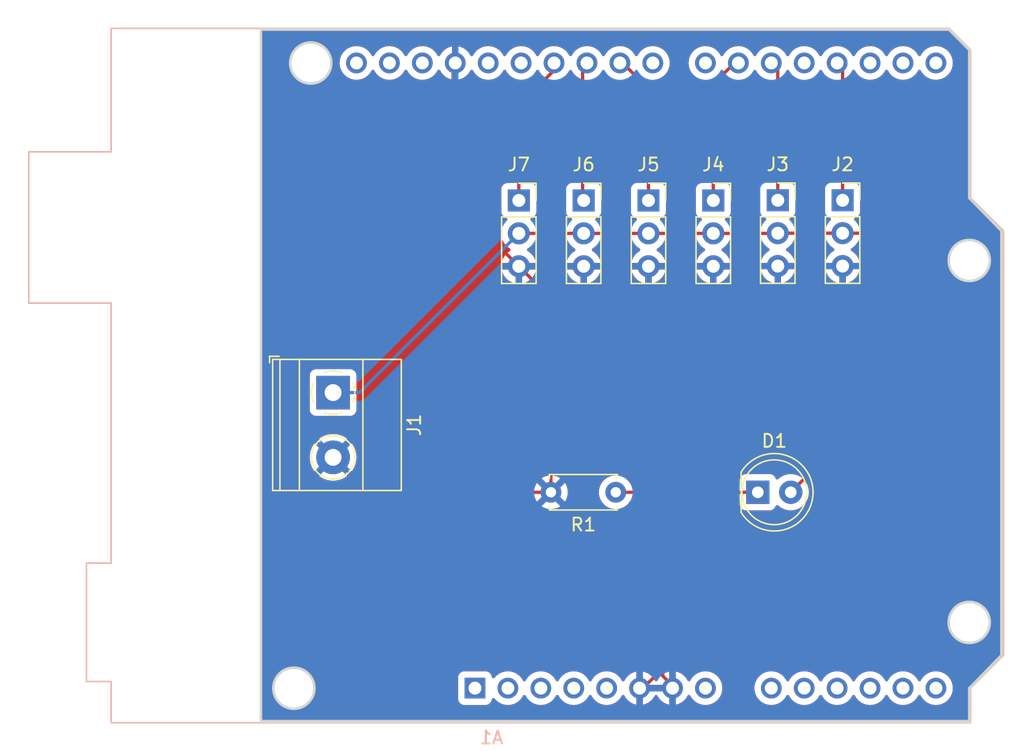
<source format=kicad_pcb>
(kicad_pcb (version 20221018) (generator pcbnew)
  (layers (0 "F.Cu" signal) (31 "B.Cu" signal) (34 "B.Paste" user) (35 "F.Paste" user) (36 "B.SilkS" user "B.Silkscreen") (37 "F.SilkS" user "F.Silkscreen") (38 "B.Mask" user) (39 "F.Mask" user) (44 "Edge.Cuts" user))
  (net 0 "")
  (net 6 "GND")
  (net 25 "Net-(D1-K)")
  (net 26 "-5V")
  (net 27 "/S0")
  (net 28 "/S1")
  (net 29 "/S2")
  (net 30 "/S3")
  (net 31 "/S4")
  (net 32 "/S5")
  (footprint "Connector_PinSocket_2.54mm:PinSocket_1x03_P2.54mm_Vertical" (layer "F.Cu") (at 162.025 43.475)
    (fp_text reference "J4" (at 0 -2.77) (layer "F.SilkS"))
    (fp_text value "Conn_01x03")
    (fp_line (start -1.33 1.27) (end -1.33 6.41) (stroke (width 0.12)) (layer "F.SilkS"))
    (fp_line (start -1.33 1.27) (end 1.33 1.27) (stroke (width 0.12)) (layer "F.SilkS"))
    (fp_line (start -1.33 6.41) (end 1.33 6.41) (stroke (width 0.12)) (layer "F.SilkS"))
    (fp_line (start 0 -1.33) (end 1.33 -1.33) (stroke (width 0.12)) (layer "F.SilkS"))
    (fp_line (start 1.33 -1.33) (end 1.33 0) (stroke (width 0.12)) (layer "F.SilkS"))
    (fp_line (start 1.33 1.27) (end 1.33 6.41) (stroke (width 0.12)) (layer "F.SilkS"))
    (pad "1" thru_hole rect (at 0 0) (size 1.7 1.7) (drill 1) (layers "*.Cu" "*.Mask") (net 29 "/S2"))
    (pad "2" thru_hole oval (at 0 2.54) (size 1.7 1.7) (drill 1) (layers "*.Cu" "*.Mask") (net 26 "-5V"))
    (pad "3" thru_hole oval (at 0 5.08) (size 1.7 1.7) (drill 1) (layers "*.Cu" "*.Mask") (net 6 "GND"))
  )
  (footprint "TerminalBlock_Phoenix:TerminalBlock_Phoenix_MKDS-1,5-2_1x02_P5.00mm_Horizontal" (layer "F.Cu") (at 132.695 58.305 -90)
    (fp_text reference "J1" (at 2.5 -6.26 90) (layer "F.SilkS"))
    (fp_text value "Screw_Terminal_01x02")
    (fp_line (start -2.8 4.16) (end -2.8 4.9) (stroke (width 0.12)) (layer "F.SilkS"))
    (fp_line (start -2.8 4.9) (end -2.3 4.9) (stroke (width 0.12)) (layer "F.SilkS"))
    (fp_line (start -2.56 -5.261) (end -2.56 4.66) (stroke (width 0.12)) (layer "F.SilkS"))
    (fp_line (start -2.56 -5.261) (end 7.56 -5.261) (stroke (width 0.12)) (layer "F.SilkS"))
    (fp_line (start -2.56 -2.301) (end 7.56 -2.301) (stroke (width 0.12)) (layer "F.SilkS"))
    (fp_line (start -2.56 2.6) (end 7.56 2.6) (stroke (width 0.12)) (layer "F.SilkS"))
    (fp_line (start -2.56 4.1) (end 7.56 4.1) (stroke (width 0.12)) (layer "F.SilkS"))
    (fp_line (start -2.56 4.66) (end 7.56 4.66) (stroke (width 0.12)) (layer "F.SilkS"))
    (fp_line (start 3.773 1.023) (end 3.726 1.069) (stroke (width 0.12)) (layer "F.SilkS"))
    (fp_line (start 3.966 1.239) (end 3.931 1.274) (stroke (width 0.12)) (layer "F.SilkS"))
    (fp_line (start 6.07 -1.275) (end 6.035 -1.239) (stroke (width 0.12)) (layer "F.SilkS"))
    (fp_line (start 6.275 -1.069) (end 6.228 -1.023) (stroke (width 0.12)) (layer "F.SilkS"))
    (fp_line (start 7.56 -5.261) (end 7.56 4.66) (stroke (width 0.12)) (layer "F.SilkS"))
    (fp_arc (start -1.535427 0.683042) (mid -1.680501 -0.000524) (end -1.535 -0.684) (stroke (width 0.12)) (layer "F.SilkS"))
    (fp_arc (start -0.683042 -1.535427) (mid 0.000524 -1.680501) (end 0.684 -1.535) (stroke (width 0.12)) (layer "F.SilkS"))
    (fp_arc (start 0.028805 1.680253) (mid -0.335551 1.646659) (end -0.684 1.535) (stroke (width 0.12)) (layer "F.SilkS"))
    (fp_arc (start 0.683318 1.534756) (mid 0.349292 1.643288) (end 0 1.68) (stroke (width 0.12)) (layer "F.SilkS"))
    (fp_arc (start 1.535427 -0.683042) (mid 1.680501 0.000524) (end 1.535 0.684) (stroke (width 0.12)) (layer "F.SilkS"))
    (fp_circle (center 5 0) (end 6.68 0) (stroke (width 0.12)) (fill none) (layer "F.SilkS"))
    (pad "1" thru_hole rect (at 0 0 270) (size 2.6 2.6) (drill 1.3) (layers "*.Cu" "*.Mask") (net 26 "-5V"))
    (pad "2" thru_hole circle (at 5 0 270) (size 2.6 2.6) (drill 1.3) (layers "*.Cu" "*.Mask") (net 6 "GND"))
  )
  (footprint "LED_THT:LED_D5.0mm" (layer "F.Cu") (at 165.46 66)
    (fp_text reference "D1" (at 1.27 -3.96) (layer "F.SilkS"))
    (fp_text value "LED")
    (fp_line (start -1.29 -1.545) (end -1.29 1.545) (stroke (width 0.12)) (layer "F.SilkS"))
    (fp_arc (start -1.29 -1.54483) (mid 2.072002 -2.880433) (end 4.26 0.000462) (stroke (width 0.12)) (layer "F.SilkS"))
    (fp_arc (start 4.26 -0.000462) (mid 2.072002 2.880433) (end -1.29 1.54483) (stroke (width 0.12)) (layer "F.SilkS"))
    (fp_circle (center 1.27 0) (end 3.77 0) (stroke (width 0.12)) (fill none) (layer "F.SilkS"))
    (pad "1" thru_hole rect (at 0 0) (size 1.8 1.8) (drill 0.9) (layers "*.Cu" "*.Mask") (net 25 "Net-(D1-K)"))
    (pad "2" thru_hole circle (at 2.54 0) (size 1.8 1.8) (drill 0.9) (layers "*.Cu" "*.Mask") (net 26 "-5V"))
  )
  (footprint "Connector_PinSocket_2.54mm:PinSocket_1x03_P2.54mm_Vertical" (layer "F.Cu") (at 147.025 43.475)
    (fp_text reference "J7" (at 0 -2.77) (layer "F.SilkS"))
    (fp_text value "Conn_01x03")
    (fp_line (start -1.33 1.27) (end -1.33 6.41) (stroke (width 0.12)) (layer "F.SilkS"))
    (fp_line (start -1.33 1.27) (end 1.33 1.27) (stroke (width 0.12)) (layer "F.SilkS"))
    (fp_line (start -1.33 6.41) (end 1.33 6.41) (stroke (width 0.12)) (layer "F.SilkS"))
    (fp_line (start 0 -1.33) (end 1.33 -1.33) (stroke (width 0.12)) (layer "F.SilkS"))
    (fp_line (start 1.33 -1.33) (end 1.33 0) (stroke (width 0.12)) (layer "F.SilkS"))
    (fp_line (start 1.33 1.27) (end 1.33 6.41) (stroke (width 0.12)) (layer "F.SilkS"))
    (pad "1" thru_hole rect (at 0 0) (size 1.7 1.7) (drill 1) (layers "*.Cu" "*.Mask") (net 32 "/S5"))
    (pad "2" thru_hole oval (at 0 2.54) (size 1.7 1.7) (drill 1) (layers "*.Cu" "*.Mask") (net 26 "-5V"))
    (pad "3" thru_hole oval (at 0 5.08) (size 1.7 1.7) (drill 1) (layers "*.Cu" "*.Mask") (net 6 "GND"))
  )
  (footprint "Capacitor_THT:C_Disc_D5.0mm_W2.5mm_P5.00mm" (layer "F.Cu") (at 154.5 66 180)
    (fp_text reference "R1" (at 2.5 -2.5) (layer "F.SilkS"))
    (fp_text value "220")
    (fp_line (start -0.12 -1.37) (end -0.12 -1.055) (stroke (width 0.12)) (layer "F.SilkS"))
    (fp_line (start -0.12 -1.37) (end 5.12 -1.37) (stroke (width 0.12)) (layer "F.SilkS"))
    (fp_line (start -0.12 1.055) (end -0.12 1.37) (stroke (width 0.12)) (layer "F.SilkS"))
    (fp_line (start -0.12 1.37) (end 5.12 1.37) (stroke (width 0.12)) (layer "F.SilkS"))
    (fp_line (start 5.12 -1.37) (end 5.12 -1.055) (stroke (width 0.12)) (layer "F.SilkS"))
    (fp_line (start 5.12 1.055) (end 5.12 1.37) (stroke (width 0.12)) (layer "F.SilkS"))
    (pad "1" thru_hole circle (at 0 0 180) (size 1.6 1.6) (drill 0.8) (layers "*.Cu" "*.Mask") (net 25 "Net-(D1-K)"))
    (pad "2" thru_hole circle (at 5 0 180) (size 1.6 1.6) (drill 0.8) (layers "*.Cu" "*.Mask") (net 6 "GND"))
  )
  (footprint "Connector_PinSocket_2.54mm:PinSocket_1x03_P2.54mm_Vertical" (layer "F.Cu") (at 167 43.46)
    (fp_text reference "J3" (at 0 -2.77) (layer "F.SilkS"))
    (fp_text value "Conn_01x03")
    (fp_line (start -1.33 1.27) (end -1.33 6.41) (stroke (width 0.12)) (layer "F.SilkS"))
    (fp_line (start -1.33 1.27) (end 1.33 1.27) (stroke (width 0.12)) (layer "F.SilkS"))
    (fp_line (start -1.33 6.41) (end 1.33 6.41) (stroke (width 0.12)) (layer "F.SilkS"))
    (fp_line (start 0 -1.33) (end 1.33 -1.33) (stroke (width 0.12)) (layer "F.SilkS"))
    (fp_line (start 1.33 -1.33) (end 1.33 0) (stroke (width 0.12)) (layer "F.SilkS"))
    (fp_line (start 1.33 1.27) (end 1.33 6.41) (stroke (width 0.12)) (layer "F.SilkS"))
    (pad "1" thru_hole rect (at 0 0) (size 1.7 1.7) (drill 1) (layers "*.Cu" "*.Mask") (net 28 "/S1"))
    (pad "2" thru_hole oval (at 0 2.54) (size 1.7 1.7) (drill 1) (layers "*.Cu" "*.Mask") (net 26 "-5V"))
    (pad "3" thru_hole oval (at 0 5.08) (size 1.7 1.7) (drill 1) (layers "*.Cu" "*.Mask") (net 6 "GND"))
  )
  (footprint "Connector_PinSocket_2.54mm:PinSocket_1x03_P2.54mm_Vertical" (layer "F.Cu") (at 157.025 43.475)
    (fp_text reference "J5" (at 0 -2.77) (layer "F.SilkS"))
    (fp_text value "Conn_01x03")
    (fp_line (start -1.33 1.27) (end -1.33 6.41) (stroke (width 0.12)) (layer "F.SilkS"))
    (fp_line (start -1.33 1.27) (end 1.33 1.27) (stroke (width 0.12)) (layer "F.SilkS"))
    (fp_line (start -1.33 6.41) (end 1.33 6.41) (stroke (width 0.12)) (layer "F.SilkS"))
    (fp_line (start 0 -1.33) (end 1.33 -1.33) (stroke (width 0.12)) (layer "F.SilkS"))
    (fp_line (start 1.33 -1.33) (end 1.33 0) (stroke (width 0.12)) (layer "F.SilkS"))
    (fp_line (start 1.33 1.27) (end 1.33 6.41) (stroke (width 0.12)) (layer "F.SilkS"))
    (pad "1" thru_hole rect (at 0 0) (size 1.7 1.7) (drill 1) (layers "*.Cu" "*.Mask") (net 30 "/S3"))
    (pad "2" thru_hole oval (at 0 2.54) (size 1.7 1.7) (drill 1) (layers "*.Cu" "*.Mask") (net 26 "-5V"))
    (pad "3" thru_hole oval (at 0 5.08) (size 1.7 1.7) (drill 1) (layers "*.Cu" "*.Mask") (net 6 "GND"))
  )
  (footprint "Connector_PinSocket_2.54mm:PinSocket_1x03_P2.54mm_Vertical" (layer "F.Cu") (at 152.025 43.475)
    (fp_text reference "J6" (at 0 -2.77) (layer "F.SilkS"))
    (fp_text value "Conn_01x03")
    (fp_line (start -1.33 1.27) (end -1.33 6.41) (stroke (width 0.12)) (layer "F.SilkS"))
    (fp_line (start -1.33 1.27) (end 1.33 1.27) (stroke (width 0.12)) (layer "F.SilkS"))
    (fp_line (start -1.33 6.41) (end 1.33 6.41) (stroke (width 0.12)) (layer "F.SilkS"))
    (fp_line (start 0 -1.33) (end 1.33 -1.33) (stroke (width 0.12)) (layer "F.SilkS"))
    (fp_line (start 1.33 -1.33) (end 1.33 0) (stroke (width 0.12)) (layer "F.SilkS"))
    (fp_line (start 1.33 1.27) (end 1.33 6.41) (stroke (width 0.12)) (layer "F.SilkS"))
    (pad "1" thru_hole rect (at 0 0) (size 1.7 1.7) (drill 1) (layers "*.Cu" "*.Mask") (net 31 "/S4"))
    (pad "2" thru_hole oval (at 0 2.54) (size 1.7 1.7) (drill 1) (layers "*.Cu" "*.Mask") (net 26 "-5V"))
    (pad "3" thru_hole oval (at 0 5.08) (size 1.7 1.7) (drill 1) (layers "*.Cu" "*.Mask") (net 6 "GND"))
  )
  (footprint "Connector_PinSocket_2.54mm:PinSocket_1x03_P2.54mm_Vertical" (layer "F.Cu") (at 172 43.46)
    (fp_text reference "J2" (at 0 -2.77) (layer "F.SilkS"))
    (fp_text value "Conn_01x03")
    (fp_line (start -1.33 1.27) (end -1.33 6.41) (stroke (width 0.12)) (layer "F.SilkS"))
    (fp_line (start -1.33 1.27) (end 1.33 1.27) (stroke (width 0.12)) (layer "F.SilkS"))
    (fp_line (start -1.33 6.41) (end 1.33 6.41) (stroke (width 0.12)) (layer "F.SilkS"))
    (fp_line (start 0 -1.33) (end 1.33 -1.33) (stroke (width 0.12)) (layer "F.SilkS"))
    (fp_line (start 1.33 -1.33) (end 1.33 0) (stroke (width 0.12)) (layer "F.SilkS"))
    (fp_line (start 1.33 1.27) (end 1.33 6.41) (stroke (width 0.12)) (layer "F.SilkS"))
    (pad "1" thru_hole rect (at 0 0) (size 1.7 1.7) (drill 1) (layers "*.Cu" "*.Mask") (net 27 "/S0"))
    (pad "2" thru_hole oval (at 0 2.54) (size 1.7 1.7) (drill 1) (layers "*.Cu" "*.Mask") (net 26 "-5V"))
    (pad "3" thru_hole oval (at 0 5.08) (size 1.7 1.7) (drill 1) (layers "*.Cu" "*.Mask") (net 6 "GND"))
  )
  (footprint "Module:Arduino_UNO_R3" (layer "B.Cu") (at 143.64 81.12)
    (fp_text reference "A1" (at 1.27 3.81) (layer "B.SilkS") (effects (justify mirror)))
    (fp_text value "Arduino_UNO_R3")
    (fp_line (start -34.42 -41.4) (end -28.07 -41.4) (stroke (width 0.12)) (layer "B.SilkS"))
    (fp_line (start -34.42 -29.72) (end -34.42 -41.4) (stroke (width 0.12)) (layer "B.SilkS"))
    (fp_line (start -29.97 -9.65) (end -28.07 -9.65) (stroke (width 0.12)) (layer "B.SilkS"))
    (fp_line (start -29.97 -0.51) (end -29.97 -9.65) (stroke (width 0.12)) (layer "B.SilkS"))
    (fp_line (start -28.07 -50.93) (end 36.58 -50.93) (stroke (width 0.12)) (layer "B.SilkS"))
    (fp_line (start -28.07 -41.4) (end -28.07 -50.93) (stroke (width 0.12)) (layer "B.SilkS"))
    (fp_line (start -28.07 -29.72) (end -34.42 -29.72) (stroke (width 0.12)) (layer "B.SilkS"))
    (fp_line (start -28.07 -9.65) (end -28.07 -29.72) (stroke (width 0.12)) (layer "B.SilkS"))
    (fp_line (start -28.07 -0.51) (end -29.97 -0.51) (stroke (width 0.12)) (layer "B.SilkS"))
    (fp_line (start -28.07 2.67) (end -28.07 -0.51) (stroke (width 0.12)) (layer "B.SilkS"))
    (fp_line (start 36.58 -50.93) (end 38.23 -49.28) (stroke (width 0.12)) (layer "B.SilkS"))
    (fp_line (start 38.23 -49.28) (end 38.23 -37.85) (stroke (width 0.12)) (layer "B.SilkS"))
    (fp_line (start 38.23 -37.85) (end 40.77 -35.31) (stroke (width 0.12)) (layer "B.SilkS"))
    (fp_line (start 38.23 0) (end 38.23 2.67) (stroke (width 0.12)) (layer "B.SilkS"))
    (fp_line (start 38.23 2.67) (end -28.07 2.67) (stroke (width 0.12)) (layer "B.SilkS"))
    (fp_line (start 40.77 -35.31) (end 40.77 -2.54) (stroke (width 0.12)) (layer "B.SilkS"))
    (fp_line (start 40.77 -2.54) (end 38.23 0) (stroke (width 0.12)) (layer "B.SilkS"))
    (pad "1" thru_hole rect (at 0 0 270) (size 1.6 1.6) (drill 1) (layers "*.Cu" "*.Mask"))
    (pad "2" thru_hole oval (at 2.54 0 270) (size 1.6 1.6) (drill 1) (layers "*.Cu" "*.Mask"))
    (pad "3" thru_hole oval (at 5.08 0 270) (size 1.6 1.6) (drill 1) (layers "*.Cu" "*.Mask"))
    (pad "4" thru_hole oval (at 7.62 0 270) (size 1.6 1.6) (drill 1) (layers "*.Cu" "*.Mask"))
    (pad "5" thru_hole oval (at 10.16 0 270) (size 1.6 1.6) (drill 1) (layers "*.Cu" "*.Mask"))
    (pad "6" thru_hole oval (at 12.7 0 270) (size 1.6 1.6) (drill 1) (layers "*.Cu" "*.Mask") (net 6 "GND"))
    (pad "7" thru_hole oval (at 15.24 0 270) (size 1.6 1.6) (drill 1) (layers "*.Cu" "*.Mask") (net 6 "GND"))
    (pad "8" thru_hole oval (at 17.78 0 270) (size 1.6 1.6) (drill 1) (layers "*.Cu" "*.Mask"))
    (pad "9" thru_hole oval (at 22.86 0 270) (size 1.6 1.6) (drill 1) (layers "*.Cu" "*.Mask"))
    (pad "10" thru_hole oval (at 25.4 0 270) (size 1.6 1.6) (drill 1) (layers "*.Cu" "*.Mask"))
    (pad "11" thru_hole oval (at 27.94 0 270) (size 1.6 1.6) (drill 1) (layers "*.Cu" "*.Mask"))
    (pad "12" thru_hole oval (at 30.48 0 270) (size 1.6 1.6) (drill 1) (layers "*.Cu" "*.Mask"))
    (pad "13" thru_hole oval (at 33.02 0 270) (size 1.6 1.6) (drill 1) (layers "*.Cu" "*.Mask"))
    (pad "14" thru_hole oval (at 35.56 0 270) (size 1.6 1.6) (drill 1) (layers "*.Cu" "*.Mask"))
    (pad "15" thru_hole oval (at 35.56 -48.26 270) (size 1.6 1.6) (drill 1) (layers "*.Cu" "*.Mask"))
    (pad "16" thru_hole oval (at 33.02 -48.26 270) (size 1.6 1.6) (drill 1) (layers "*.Cu" "*.Mask"))
    (pad "17" thru_hole oval (at 30.48 -48.26 270) (size 1.6 1.6) (drill 1) (layers "*.Cu" "*.Mask"))
    (pad "18" thru_hole oval (at 27.94 -48.26 270) (size 1.6 1.6) (drill 1) (layers "*.Cu" "*.Mask") (net 27 "/S0"))
    (pad "19" thru_hole oval (at 25.4 -48.26 270) (size 1.6 1.6) (drill 1) (layers "*.Cu" "*.Mask"))
    (pad "20" thru_hole oval (at 22.86 -48.26 270) (size 1.6 1.6) (drill 1) (layers "*.Cu" "*.Mask") (net 28 "/S1"))
    (pad "21" thru_hole oval (at 20.32 -48.26 270) (size 1.6 1.6) (drill 1) (layers "*.Cu" "*.Mask") (net 29 "/S2"))
    (pad "22" thru_hole oval (at 17.78 -48.26 270) (size 1.6 1.6) (drill 1) (layers "*.Cu" "*.Mask"))
    (pad "23" thru_hole oval (at 13.72 -48.26 270) (size 1.6 1.6) (drill 1) (layers "*.Cu" "*.Mask"))
    (pad "24" thru_hole oval (at 11.18 -48.26 270) (size 1.6 1.6) (drill 1) (layers "*.Cu" "*.Mask") (net 30 "/S3"))
    (pad "25" thru_hole oval (at 8.64 -48.26 270) (size 1.6 1.6) (drill 1) (layers "*.Cu" "*.Mask") (net 31 "/S4"))
    (pad "26" thru_hole oval (at 6.1 -48.26 270) (size 1.6 1.6) (drill 1) (layers "*.Cu" "*.Mask") (net 32 "/S5"))
    (pad "27" thru_hole oval (at 3.56 -48.26 270) (size 1.6 1.6) (drill 1) (layers "*.Cu" "*.Mask"))
    (pad "28" thru_hole oval (at 1.02 -48.26 270) (size 1.6 1.6) (drill 1) (layers "*.Cu" "*.Mask"))
    (pad "29" thru_hole oval (at -1.52 -48.26 270) (size 1.6 1.6) (drill 1) (layers "*.Cu" "*.Mask") (net 6 "GND"))
    (pad "30" thru_hole oval (at -4.06 -48.26 270) (size 1.6 1.6) (drill 1) (layers "*.Cu" "*.Mask"))
    (pad "31" thru_hole oval (at -6.6 -48.26 270) (size 1.6 1.6) (drill 1) (layers "*.Cu" "*.Mask"))
    (pad "32" thru_hole oval (at -9.14 -48.26 270) (size 1.6 1.6) (drill 1) (layers "*.Cu" "*.Mask"))
  )
  (gr_circle (center 171.58 81.126) (end 171.834 81.126) (stroke (width 0.2)) (fill none) (layer "Edge.Cuts"))
  (gr_circle (center 176.66 32.866) (end 176.914 32.866) (stroke (width 0.2)) (fill none) (layer "Edge.Cuts"))
  (gr_circle (center 161.42 32.866) (end 161.674 32.866) (stroke (width 0.2)) (fill none) (layer "Edge.Cuts"))
  (gr_circle (center 179.2 81.126) (end 179.454 81.126) (stroke (width 0.2)) (fill none) (layer "Edge.Cuts"))
  (gr_circle (center 156.34 81.126) (end 156.594 81.126) (stroke (width 0.2)) (fill none) (layer "Edge.Cuts"))
  (gr_circle (center 146.18 81.126) (end 146.434 81.126) (stroke (width 0.2)) (fill none) (layer "Edge.Cuts"))
  (gr_line (start 181.77 31.852319) (end 180.205208 30.287527) (stroke (width 0.2)) (layer "Edge.Cuts"))
  (gr_line (start 184.25 45.82) (end 184.25 78.586) (stroke (width 0.2)) (layer "Edge.Cuts"))
  (gr_circle (center 134.526 32.866) (end 134.78 32.866) (stroke (width 0.2)) (fill none) (layer "Edge.Cuts"))
  (gr_circle (center 169.04 32.866) (end 169.294 32.866) (stroke (width 0.2)) (fill none) (layer "Edge.Cuts"))
  (gr_circle (center 151.26 81.126) (end 151.514 81.126) (stroke (width 0.2)) (fill none) (layer "Edge.Cuts"))
  (gr_circle (center 154.846 32.866) (end 155.1 32.866) (stroke (width 0.2)) (fill none) (layer "Edge.Cuts"))
  (gr_circle (center 137.066 32.866) (end 137.32 32.866) (stroke (width 0.2)) (fill none) (layer "Edge.Cuts"))
  (gr_circle (center 129.67 81.126) (end 131.2575 81.126) (stroke (width 0.2)) (fill none) (layer "Edge.Cuts"))
  (gr_line (start 181.77 31.852319) (end 181.77 43.28) (stroke (width 0.2)) (layer "Edge.Cuts"))
  (gr_circle (center 161.42 81.126) (end 161.674 81.126) (stroke (width 0.2)) (fill none) (layer "Edge.Cuts"))
  (gr_line (start 181.77 43.28) (end 184.25 45.82) (stroke (width 0.2)) (layer "Edge.Cuts"))
  (gr_circle (center 148.72 81.126) (end 148.974 81.126) (stroke (width 0.2)) (fill none) (layer "Edge.Cuts"))
  (gr_circle (center 158.88 81.126) (end 159.134 81.126) (stroke (width 0.2)) (fill none) (layer "Edge.Cuts"))
  (gr_circle (center 142.146 32.866) (end 142.4 32.866) (stroke (width 0.2)) (fill none) (layer "Edge.Cuts"))
  (gr_line (start 180.205208 30.287527) (end 127.13 30.287527) (stroke (width 0.2)) (layer "Edge.Cuts"))
  (gr_circle (center 139.606 32.866) (end 139.86 32.866) (stroke (width 0.2)) (fill none) (layer "Edge.Cuts"))
  (gr_line (start 181.77 83.666) (end 181.77 81.126) (stroke (width 0.2)) (layer "Edge.Cuts"))
  (gr_circle (center 147.226 32.866) (end 147.48 32.866) (stroke (width 0.2)) (fill none) (layer "Edge.Cuts"))
  (gr_circle (center 169.04 81.126) (end 169.294 81.126) (stroke (width 0.2)) (fill none) (layer "Edge.Cuts"))
  (gr_circle (center 174.12 81.126) (end 174.374 81.126) (stroke (width 0.2)) (fill none) (layer "Edge.Cuts"))
  (gr_circle (center 181.77 76.046) (end 183.3575 76.046) (stroke (width 0.2)) (fill none) (layer "Edge.Cuts"))
  (gr_circle (center 181.77 48.106) (end 183.3575 48.106) (stroke (width 0.2)) (fill none) (layer "Edge.Cuts"))
  (gr_circle (center 179.2 32.866) (end 179.454 32.866) (stroke (width 0.2)) (fill none) (layer "Edge.Cuts"))
  (gr_circle (center 152.306 32.866) (end 152.56 32.866) (stroke (width 0.2)) (fill none) (layer "Edge.Cuts"))
  (gr_circle (center 130.97 32.866) (end 132.5575 32.866) (stroke (width 0.2)) (fill none) (layer "Edge.Cuts"))
  (gr_circle (center 143.64 81.126) (end 143.894 81.126) (stroke (width 0.2)) (fill none) (layer "Edge.Cuts"))
  (gr_circle (center 149.766 32.866) (end 150.02 32.866) (stroke (width 0.2)) (fill none) (layer "Edge.Cuts"))
  (gr_line (start 181.77 83.666) (end 127.13 83.666) (stroke (width 0.2)) (layer "Edge.Cuts"))
  (gr_circle (center 157.386 32.866) (end 157.64 32.866) (stroke (width 0.2)) (fill none) (layer "Edge.Cuts"))
  (gr_circle (center 163.96 32.866) (end 164.214 32.866) (stroke (width 0.2)) (fill none) (layer "Edge.Cuts"))
  (gr_line (start 184.25 78.586) (end 181.77 81.126) (stroke (width 0.2)) (layer "Edge.Cuts"))
  (gr_circle (center 153.8 81.126) (end 154.054 81.126) (stroke (width 0.2)) (fill none) (layer "Edge.Cuts"))
  (gr_circle (center 166.5 32.866) (end 166.754 32.866) (stroke (width 0.2)) (fill none) (layer "Edge.Cuts"))
  (gr_circle (center 144.686 32.866) (end 144.94 32.866) (stroke (width 0.2)) (fill none) (layer "Edge.Cuts"))
  (gr_circle (center 166.5 81.126) (end 166.754 81.126) (stroke (width 0.2)) (fill none) (layer "Edge.Cuts"))
  (gr_circle (center 174.12 32.866) (end 174.374 32.866) (stroke (width 0.2)) (fill none) (layer "Edge.Cuts"))
  (gr_circle (center 176.66 81.126) (end 176.914 81.126) (stroke (width 0.2)) (fill none) (layer "Edge.Cuts"))
  (gr_circle (center 171.58 32.866) (end 171.834 32.866) (stroke (width 0.2)) (fill none) (layer "Edge.Cuts"))
  (gr_line (start 127.13 83.666) (end 127.13 30.287527) (stroke (width 0.2)) (layer "Edge.Cuts"))
  (segment (start 147.025 48.555) (end 141.949863 43.479863) (width 0.25) (layer "F.Cu") (net 6))
  (segment (start 156.790803 80.93253) (end 156.576137 80.93253) (width 0.25) (layer "F.Cu") (net 6))
  (segment (start 149.5 51.03) (end 147.025 48.555) (width 0.25) (layer "F.Cu") (net 6))
  (segment (start 158.12556 79) (end 158.12556 80.175896) (width 0.25) (layer "F.Cu") (net 6))
  (segment (start 156.576137 80.93253) (end 156.440846 80.87649) (width 0.25) (layer "F.Cu") (net 6))
  (segment (start 149.5 66) (end 158.12556 74.62556) (width 0.25) (layer "F.Cu") (net 6))
  (segment (start 149.5 66) (end 149.5 51.03) (width 0.25) (layer "F.Cu") (net 6))
  (segment (start 162.025 48.555) (end 166.985 48.555) (width 0.25) (layer "F.Cu") (net 6))
  (segment (start 158.12556 80.175896) (end 158.824104 80.87444) (width 0.25) (layer "F.Cu") (net 6))
  (segment (start 167 48.54) (end 172 48.54) (width 0.25) (layer "F.Cu") (net 6))
  (segment (start 158.824104 80.87444) (end 158.88 80.87444) (width 0.25) (layer "F.Cu") (net 6))
  (segment (start 158.12556 79) (end 158.12556 79.597773) (width 0.25) (layer "F.Cu") (net 6))
  (segment (start 158.12556 79.597773) (end 156.790803 80.93253) (width 0.25) (layer "F.Cu") (net 6))
  (segment (start 135.39 66) (end 132.695 63.305) (width 0.25) (layer "F.Cu") (net 6))
  (segment (start 141.949863 43.479863) (end 141.949863 33.31947) (width 0.25) (layer "F.Cu") (net 6))
  (segment (start 147.025 48.555) (end 152.025 48.555) (width 0.25) (layer "F.Cu") (net 6))
  (segment (start 157.025 48.555) (end 162.025 48.555) (width 0.25) (layer "F.Cu") (net 6))
  (segment (start 166.985 48.555) (end 167 48.54) (width 0.25) (layer "F.Cu") (net 6))
  (segment (start 158.12556 74.62556) (end 158.12556 79) (width 0.25) (layer "F.Cu") (net 6))
  (segment (start 152.025 48.555) (end 157.025 48.555) (width 0.25) (layer "F.Cu") (net 6))
  (segment (start 149.5 66) (end 135.39 66) (width 0.25) (layer "F.Cu") (net 6))
  (segment (start 165.46 66) (end 154.5 66) (width 0.25) (layer "F.Cu") (net 25))
  (segment (start 173 64) (end 170 64) (width 0.25) (layer "F.Cu") (net 26))
  (segment (start 175 47) (end 175 62) (width 0.25) (layer "F.Cu") (net 26))
  (segment (start 157.025 46.015) (end 162.025 46.015) (width 0.25) (layer "F.Cu") (net 26))
  (segment (start 167 46) (end 172 46) (width 0.25) (layer "F.Cu") (net 26))
  (segment (start 170 64) (end 168 66) (width 0.25) (layer "F.Cu") (net 26))
  (segment (start 162.025 46.015) (end 166.985 46.015) (width 0.25) (layer "F.Cu") (net 26))
  (segment (start 147.025 46.015) (end 152.025 46.015) (width 0.25) (layer "F.Cu") (net 26))
  (segment (start 172 46) (end 174 46) (width 0.25) (layer "F.Cu") (net 26))
  (segment (start 175 62) (end 173 64) (width 0.25) (layer "F.Cu") (net 26))
  (segment (start 166.985 46.015) (end 167 46) (width 0.25) (layer "F.Cu") (net 26))
  (segment (start 152.025 46.015) (end 157.025 46.015) (width 0.25) (layer "F.Cu") (net 26))
  (segment (start 174 46) (end 175 47) (width 0.25) (layer "F.Cu") (net 26))
  (segment (start 132.695 58.305) (end 134.735 58.305) (width 0.25) (layer "B.Cu") (net 26))
  (segment (start 134.735 58.305) (end 147.025 46.015) (width 0.25) (layer "B.Cu") (net 26))
  (segment (start 172 32.96208) (end 171.986469 32.948549) (width 0.25) (layer "F.Cu") (net 27))
  (segment (start 172 43.46) (end 172 32.96208) (width 0.25) (layer "F.Cu") (net 27))
  (segment (start 167 33.04208) (end 166.906469 32.948549) (width 0.25) (layer "F.Cu") (net 28))
  (segment (start 167 43.46) (end 167 33.04208) (width 0.25) (layer "F.Cu") (net 28))
  (segment (start 162.025 34.493544) (end 163.59844 32.920104) (width 0.25) (layer "F.Cu") (net 29))
  (segment (start 162.025 43.475) (end 162.025 34.493544) (width 0.25) (layer "F.Cu") (net 29))
  (segment (start 157.025 34.853617) (end 155.246306 33.074923) (width 0.25) (layer "F.Cu") (net 30))
  (segment (start 157.025 43.475) (end 157.025 34.853617) (width 0.25) (layer "F.Cu") (net 30))
  (segment (start 151.94444 43.39444) (end 151.94444 32.920104) (width 0.25) (layer "F.Cu") (net 31))
  (segment (start 152.025 43.475) (end 151.94444 43.39444) (width 0.25) (layer "F.Cu") (net 31))
  (segment (start 150.152469 33.019138) (end 150.152469 32.818549) (width 0.25) (layer "F.Cu") (net 32))
  (segment (start 147.025 43.475) (end 147.025 35.864333) (width 0.25) (layer "F.Cu") (net 32))
  (segment (start 147.307274 35.864333) (end 150.152469 33.019138) (width 0.25) (layer "F.Cu") (net 32))
  (segment (start 147.025 35.864333) (end 147.307274 35.864333) (width 0.25) (layer "F.Cu") (net 32))
  (zone (net 6) (net_name "GND") (layers "F&B.Cu") (connect_pads (clearance 0.5)) (min_thickness 0.25) (fill yes (thermal_gap 0.5) (thermal_bridge_width 0.5))
    (polygon (pts (xy 107 28) (xy 186 28) (xy 186 86) (xy 107 86)))
  )
)
</source>
